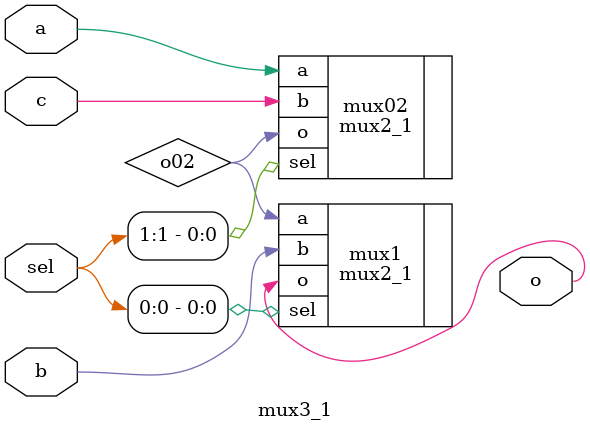
<source format=v>
module mux3_1 (a, b, c, sel, o);
    input a;
    input b;
    input c;
    input [1:0] sel;
    output o;

    wire o02;
    mux2_1 mux02(.a(a),
                 .b(c),
                 .sel(sel[1]),
                 .o(o02));

    mux2_1 mux1(.a(o02),
                .b(b),
                .sel(sel[0]),
                .o(o));
endmodule

</source>
